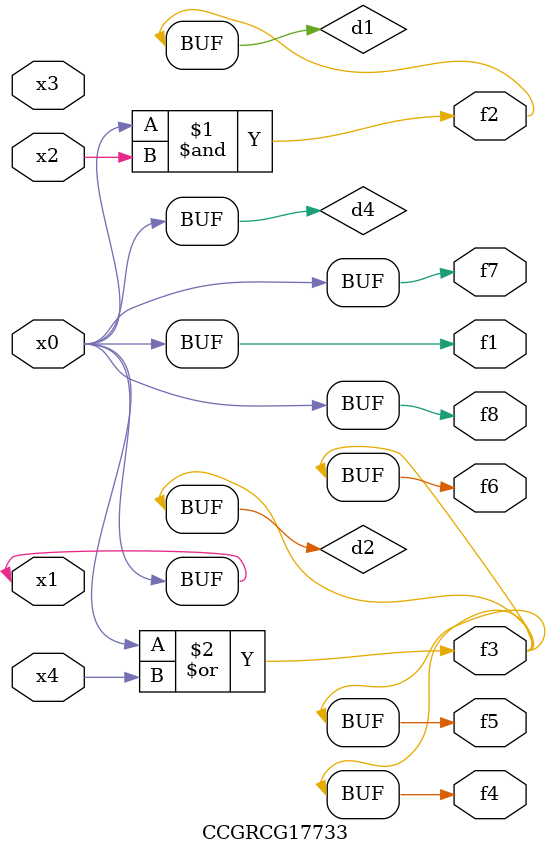
<source format=v>
module CCGRCG17733(
	input x0, x1, x2, x3, x4,
	output f1, f2, f3, f4, f5, f6, f7, f8
);

	wire d1, d2, d3, d4;

	and (d1, x0, x2);
	or (d2, x0, x4);
	nand (d3, x0, x2);
	buf (d4, x0, x1);
	assign f1 = d4;
	assign f2 = d1;
	assign f3 = d2;
	assign f4 = d2;
	assign f5 = d2;
	assign f6 = d2;
	assign f7 = d4;
	assign f8 = d4;
endmodule

</source>
